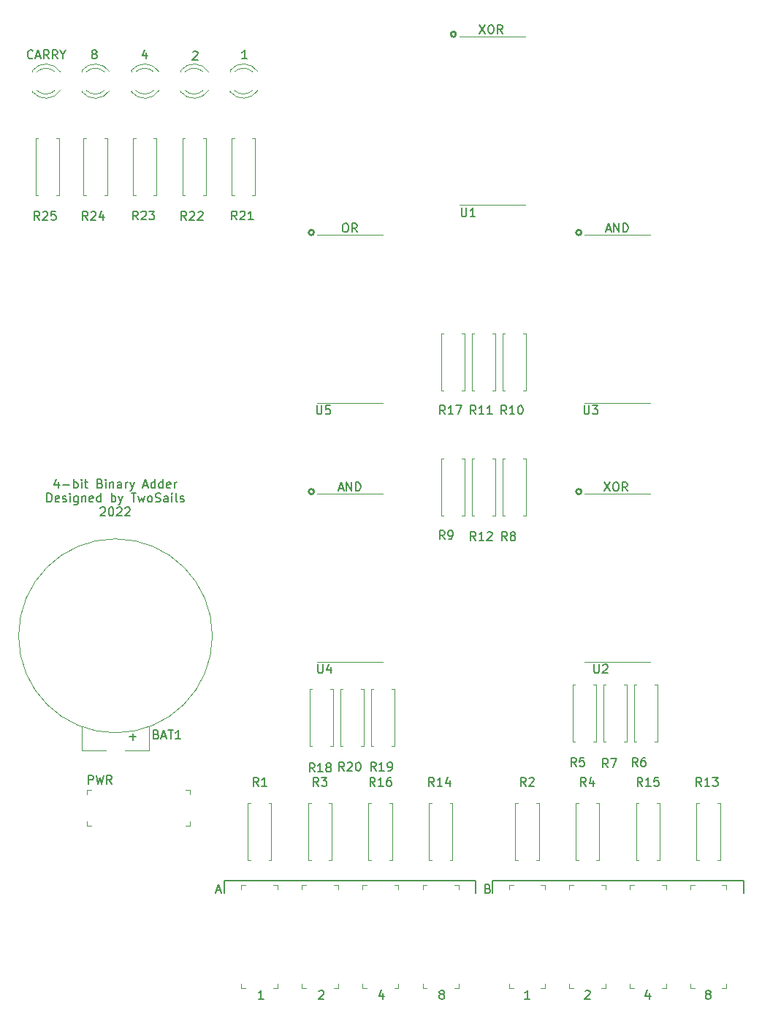
<source format=gto>
%TF.GenerationSoftware,KiCad,Pcbnew,(6.0.4-0)*%
%TF.CreationDate,2022-07-02T18:41:35+01:00*%
%TF.ProjectId,4-bitAdder,342d6269-7441-4646-9465-722e6b696361,v1.0*%
%TF.SameCoordinates,Original*%
%TF.FileFunction,Legend,Top*%
%TF.FilePolarity,Positive*%
%FSLAX46Y46*%
G04 Gerber Fmt 4.6, Leading zero omitted, Abs format (unit mm)*
G04 Created by KiCad (PCBNEW (6.0.4-0)) date 2022-07-02 18:41:35*
%MOMM*%
%LPD*%
G01*
G04 APERTURE LIST*
%ADD10C,0.150000*%
%ADD11C,0.101600*%
%ADD12C,0.250000*%
%ADD13C,0.120000*%
%ADD14C,0.100000*%
G04 APERTURE END LIST*
D10*
X125884000Y-156075000D02*
X96774000Y-156075000D01*
X94869000Y-157500000D02*
X94869000Y-156075000D01*
X125884000Y-157500000D02*
X125884000Y-156075000D01*
X96774000Y-156075000D02*
X96774000Y-157500000D01*
X65759000Y-156075000D02*
X65759000Y-157500000D01*
X94869000Y-156075000D02*
X65759000Y-156075000D01*
X56705476Y-60237714D02*
X56705476Y-60904380D01*
X56467380Y-59856761D02*
X56229285Y-60571047D01*
X56848333Y-60571047D01*
X114998476Y-169076714D02*
X114998476Y-169743380D01*
X114760380Y-168695761D02*
X114522285Y-169410047D01*
X115141333Y-169410047D01*
X76676285Y-168838619D02*
X76723904Y-168791000D01*
X76819142Y-168743380D01*
X77057238Y-168743380D01*
X77152476Y-168791000D01*
X77200095Y-168838619D01*
X77247714Y-168933857D01*
X77247714Y-169029095D01*
X77200095Y-169171952D01*
X76628666Y-169743380D01*
X77247714Y-169743380D01*
X96286628Y-156951371D02*
X96429485Y-156998990D01*
X96477104Y-157046609D01*
X96524723Y-157141847D01*
X96524723Y-157284704D01*
X96477104Y-157379942D01*
X96429485Y-157427561D01*
X96334247Y-157475180D01*
X95953295Y-157475180D01*
X95953295Y-156475180D01*
X96286628Y-156475180D01*
X96381866Y-156522800D01*
X96429485Y-156570419D01*
X96477104Y-156665657D01*
X96477104Y-156760895D01*
X96429485Y-156856133D01*
X96381866Y-156903752D01*
X96286628Y-156951371D01*
X95953295Y-156951371D01*
X121697761Y-169171952D02*
X121602523Y-169124333D01*
X121554904Y-169076714D01*
X121507285Y-168981476D01*
X121507285Y-168933857D01*
X121554904Y-168838619D01*
X121602523Y-168791000D01*
X121697761Y-168743380D01*
X121888238Y-168743380D01*
X121983476Y-168791000D01*
X122031095Y-168838619D01*
X122078714Y-168933857D01*
X122078714Y-168981476D01*
X122031095Y-169076714D01*
X121983476Y-169124333D01*
X121888238Y-169171952D01*
X121697761Y-169171952D01*
X121602523Y-169219571D01*
X121554904Y-169267190D01*
X121507285Y-169362428D01*
X121507285Y-169552904D01*
X121554904Y-169648142D01*
X121602523Y-169695761D01*
X121697761Y-169743380D01*
X121888238Y-169743380D01*
X121983476Y-169695761D01*
X122031095Y-169648142D01*
X122078714Y-169552904D01*
X122078714Y-169362428D01*
X122031095Y-169267190D01*
X121983476Y-169219571D01*
X121888238Y-169171952D01*
X50577761Y-60332952D02*
X50482523Y-60285333D01*
X50434904Y-60237714D01*
X50387285Y-60142476D01*
X50387285Y-60094857D01*
X50434904Y-59999619D01*
X50482523Y-59952000D01*
X50577761Y-59904380D01*
X50768238Y-59904380D01*
X50863476Y-59952000D01*
X50911095Y-59999619D01*
X50958714Y-60094857D01*
X50958714Y-60142476D01*
X50911095Y-60237714D01*
X50863476Y-60285333D01*
X50768238Y-60332952D01*
X50577761Y-60332952D01*
X50482523Y-60380571D01*
X50434904Y-60428190D01*
X50387285Y-60523428D01*
X50387285Y-60713904D01*
X50434904Y-60809142D01*
X50482523Y-60856761D01*
X50577761Y-60904380D01*
X50768238Y-60904380D01*
X50863476Y-60856761D01*
X50911095Y-60809142D01*
X50958714Y-60713904D01*
X50958714Y-60523428D01*
X50911095Y-60428190D01*
X50863476Y-60380571D01*
X50768238Y-60332952D01*
X109767857Y-109942380D02*
X110434523Y-110942380D01*
X110434523Y-109942380D02*
X109767857Y-110942380D01*
X111005952Y-109942380D02*
X111196428Y-109942380D01*
X111291666Y-109990000D01*
X111386904Y-110085238D01*
X111434523Y-110275714D01*
X111434523Y-110609047D01*
X111386904Y-110799523D01*
X111291666Y-110894761D01*
X111196428Y-110942380D01*
X111005952Y-110942380D01*
X110910714Y-110894761D01*
X110815476Y-110799523D01*
X110767857Y-110609047D01*
X110767857Y-110275714D01*
X110815476Y-110085238D01*
X110910714Y-109990000D01*
X111005952Y-109942380D01*
X112434523Y-110942380D02*
X112101190Y-110466190D01*
X111863095Y-110942380D02*
X111863095Y-109942380D01*
X112244047Y-109942380D01*
X112339285Y-109990000D01*
X112386904Y-110037619D01*
X112434523Y-110132857D01*
X112434523Y-110275714D01*
X112386904Y-110370952D01*
X112339285Y-110418571D01*
X112244047Y-110466190D01*
X111863095Y-110466190D01*
X70262714Y-169743380D02*
X69691285Y-169743380D01*
X69977000Y-169743380D02*
X69977000Y-168743380D01*
X69881761Y-168886238D01*
X69786523Y-168981476D01*
X69691285Y-169029095D01*
X84137476Y-169076714D02*
X84137476Y-169743380D01*
X83899380Y-168695761D02*
X83661285Y-169410047D01*
X84280333Y-169410047D01*
X68357714Y-60904380D02*
X67786285Y-60904380D01*
X68072000Y-60904380D02*
X68072000Y-59904380D01*
X67976761Y-60047238D01*
X67881523Y-60142476D01*
X67786285Y-60190095D01*
X64836704Y-157189466D02*
X65312895Y-157189466D01*
X64741466Y-157475180D02*
X65074800Y-156475180D01*
X65408133Y-157475180D01*
X46514571Y-109935714D02*
X46514571Y-110602380D01*
X46276476Y-109554761D02*
X46038380Y-110269047D01*
X46657428Y-110269047D01*
X47038380Y-110221428D02*
X47800285Y-110221428D01*
X48276476Y-110602380D02*
X48276476Y-109602380D01*
X48276476Y-109983333D02*
X48371714Y-109935714D01*
X48562190Y-109935714D01*
X48657428Y-109983333D01*
X48705047Y-110030952D01*
X48752666Y-110126190D01*
X48752666Y-110411904D01*
X48705047Y-110507142D01*
X48657428Y-110554761D01*
X48562190Y-110602380D01*
X48371714Y-110602380D01*
X48276476Y-110554761D01*
X49181238Y-110602380D02*
X49181238Y-109935714D01*
X49181238Y-109602380D02*
X49133619Y-109650000D01*
X49181238Y-109697619D01*
X49228857Y-109650000D01*
X49181238Y-109602380D01*
X49181238Y-109697619D01*
X49514571Y-109935714D02*
X49895523Y-109935714D01*
X49657428Y-109602380D02*
X49657428Y-110459523D01*
X49705047Y-110554761D01*
X49800285Y-110602380D01*
X49895523Y-110602380D01*
X51324095Y-110078571D02*
X51466952Y-110126190D01*
X51514571Y-110173809D01*
X51562190Y-110269047D01*
X51562190Y-110411904D01*
X51514571Y-110507142D01*
X51466952Y-110554761D01*
X51371714Y-110602380D01*
X50990761Y-110602380D01*
X50990761Y-109602380D01*
X51324095Y-109602380D01*
X51419333Y-109650000D01*
X51466952Y-109697619D01*
X51514571Y-109792857D01*
X51514571Y-109888095D01*
X51466952Y-109983333D01*
X51419333Y-110030952D01*
X51324095Y-110078571D01*
X50990761Y-110078571D01*
X51990761Y-110602380D02*
X51990761Y-109935714D01*
X51990761Y-109602380D02*
X51943142Y-109650000D01*
X51990761Y-109697619D01*
X52038380Y-109650000D01*
X51990761Y-109602380D01*
X51990761Y-109697619D01*
X52466952Y-109935714D02*
X52466952Y-110602380D01*
X52466952Y-110030952D02*
X52514571Y-109983333D01*
X52609809Y-109935714D01*
X52752666Y-109935714D01*
X52847904Y-109983333D01*
X52895523Y-110078571D01*
X52895523Y-110602380D01*
X53800285Y-110602380D02*
X53800285Y-110078571D01*
X53752666Y-109983333D01*
X53657428Y-109935714D01*
X53466952Y-109935714D01*
X53371714Y-109983333D01*
X53800285Y-110554761D02*
X53705047Y-110602380D01*
X53466952Y-110602380D01*
X53371714Y-110554761D01*
X53324095Y-110459523D01*
X53324095Y-110364285D01*
X53371714Y-110269047D01*
X53466952Y-110221428D01*
X53705047Y-110221428D01*
X53800285Y-110173809D01*
X54276476Y-110602380D02*
X54276476Y-109935714D01*
X54276476Y-110126190D02*
X54324095Y-110030952D01*
X54371714Y-109983333D01*
X54466952Y-109935714D01*
X54562190Y-109935714D01*
X54800285Y-109935714D02*
X55038380Y-110602380D01*
X55276476Y-109935714D02*
X55038380Y-110602380D01*
X54943142Y-110840476D01*
X54895523Y-110888095D01*
X54800285Y-110935714D01*
X56371714Y-110316666D02*
X56847904Y-110316666D01*
X56276476Y-110602380D02*
X56609809Y-109602380D01*
X56943142Y-110602380D01*
X57705047Y-110602380D02*
X57705047Y-109602380D01*
X57705047Y-110554761D02*
X57609809Y-110602380D01*
X57419333Y-110602380D01*
X57324095Y-110554761D01*
X57276476Y-110507142D01*
X57228857Y-110411904D01*
X57228857Y-110126190D01*
X57276476Y-110030952D01*
X57324095Y-109983333D01*
X57419333Y-109935714D01*
X57609809Y-109935714D01*
X57705047Y-109983333D01*
X58609809Y-110602380D02*
X58609809Y-109602380D01*
X58609809Y-110554761D02*
X58514571Y-110602380D01*
X58324095Y-110602380D01*
X58228857Y-110554761D01*
X58181238Y-110507142D01*
X58133619Y-110411904D01*
X58133619Y-110126190D01*
X58181238Y-110030952D01*
X58228857Y-109983333D01*
X58324095Y-109935714D01*
X58514571Y-109935714D01*
X58609809Y-109983333D01*
X59466952Y-110554761D02*
X59371714Y-110602380D01*
X59181238Y-110602380D01*
X59086000Y-110554761D01*
X59038380Y-110459523D01*
X59038380Y-110078571D01*
X59086000Y-109983333D01*
X59181238Y-109935714D01*
X59371714Y-109935714D01*
X59466952Y-109983333D01*
X59514571Y-110078571D01*
X59514571Y-110173809D01*
X59038380Y-110269047D01*
X59943142Y-110602380D02*
X59943142Y-109935714D01*
X59943142Y-110126190D02*
X59990761Y-110030952D01*
X60038380Y-109983333D01*
X60133619Y-109935714D01*
X60228857Y-109935714D01*
X45181238Y-112212380D02*
X45181238Y-111212380D01*
X45419333Y-111212380D01*
X45562190Y-111260000D01*
X45657428Y-111355238D01*
X45705047Y-111450476D01*
X45752666Y-111640952D01*
X45752666Y-111783809D01*
X45705047Y-111974285D01*
X45657428Y-112069523D01*
X45562190Y-112164761D01*
X45419333Y-112212380D01*
X45181238Y-112212380D01*
X46562190Y-112164761D02*
X46466952Y-112212380D01*
X46276476Y-112212380D01*
X46181238Y-112164761D01*
X46133619Y-112069523D01*
X46133619Y-111688571D01*
X46181238Y-111593333D01*
X46276476Y-111545714D01*
X46466952Y-111545714D01*
X46562190Y-111593333D01*
X46609809Y-111688571D01*
X46609809Y-111783809D01*
X46133619Y-111879047D01*
X46990761Y-112164761D02*
X47086000Y-112212380D01*
X47276476Y-112212380D01*
X47371714Y-112164761D01*
X47419333Y-112069523D01*
X47419333Y-112021904D01*
X47371714Y-111926666D01*
X47276476Y-111879047D01*
X47133619Y-111879047D01*
X47038380Y-111831428D01*
X46990761Y-111736190D01*
X46990761Y-111688571D01*
X47038380Y-111593333D01*
X47133619Y-111545714D01*
X47276476Y-111545714D01*
X47371714Y-111593333D01*
X47847904Y-112212380D02*
X47847904Y-111545714D01*
X47847904Y-111212380D02*
X47800285Y-111260000D01*
X47847904Y-111307619D01*
X47895523Y-111260000D01*
X47847904Y-111212380D01*
X47847904Y-111307619D01*
X48752666Y-111545714D02*
X48752666Y-112355238D01*
X48705047Y-112450476D01*
X48657428Y-112498095D01*
X48562190Y-112545714D01*
X48419333Y-112545714D01*
X48324095Y-112498095D01*
X48752666Y-112164761D02*
X48657428Y-112212380D01*
X48466952Y-112212380D01*
X48371714Y-112164761D01*
X48324095Y-112117142D01*
X48276476Y-112021904D01*
X48276476Y-111736190D01*
X48324095Y-111640952D01*
X48371714Y-111593333D01*
X48466952Y-111545714D01*
X48657428Y-111545714D01*
X48752666Y-111593333D01*
X49228857Y-111545714D02*
X49228857Y-112212380D01*
X49228857Y-111640952D02*
X49276476Y-111593333D01*
X49371714Y-111545714D01*
X49514571Y-111545714D01*
X49609809Y-111593333D01*
X49657428Y-111688571D01*
X49657428Y-112212380D01*
X50514571Y-112164761D02*
X50419333Y-112212380D01*
X50228857Y-112212380D01*
X50133619Y-112164761D01*
X50086000Y-112069523D01*
X50086000Y-111688571D01*
X50133619Y-111593333D01*
X50228857Y-111545714D01*
X50419333Y-111545714D01*
X50514571Y-111593333D01*
X50562190Y-111688571D01*
X50562190Y-111783809D01*
X50086000Y-111879047D01*
X51419333Y-112212380D02*
X51419333Y-111212380D01*
X51419333Y-112164761D02*
X51324095Y-112212380D01*
X51133619Y-112212380D01*
X51038380Y-112164761D01*
X50990761Y-112117142D01*
X50943142Y-112021904D01*
X50943142Y-111736190D01*
X50990761Y-111640952D01*
X51038380Y-111593333D01*
X51133619Y-111545714D01*
X51324095Y-111545714D01*
X51419333Y-111593333D01*
X52657428Y-112212380D02*
X52657428Y-111212380D01*
X52657428Y-111593333D02*
X52752666Y-111545714D01*
X52943142Y-111545714D01*
X53038380Y-111593333D01*
X53086000Y-111640952D01*
X53133619Y-111736190D01*
X53133619Y-112021904D01*
X53086000Y-112117142D01*
X53038380Y-112164761D01*
X52943142Y-112212380D01*
X52752666Y-112212380D01*
X52657428Y-112164761D01*
X53466952Y-111545714D02*
X53705047Y-112212380D01*
X53943142Y-111545714D02*
X53705047Y-112212380D01*
X53609809Y-112450476D01*
X53562190Y-112498095D01*
X53466952Y-112545714D01*
X54943142Y-111212380D02*
X55514571Y-111212380D01*
X55228857Y-112212380D02*
X55228857Y-111212380D01*
X55752666Y-111545714D02*
X55943142Y-112212380D01*
X56133619Y-111736190D01*
X56324095Y-112212380D01*
X56514571Y-111545714D01*
X57038380Y-112212380D02*
X56943142Y-112164761D01*
X56895523Y-112117142D01*
X56847904Y-112021904D01*
X56847904Y-111736190D01*
X56895523Y-111640952D01*
X56943142Y-111593333D01*
X57038380Y-111545714D01*
X57181238Y-111545714D01*
X57276476Y-111593333D01*
X57324095Y-111640952D01*
X57371714Y-111736190D01*
X57371714Y-112021904D01*
X57324095Y-112117142D01*
X57276476Y-112164761D01*
X57181238Y-112212380D01*
X57038380Y-112212380D01*
X57752666Y-112164761D02*
X57895523Y-112212380D01*
X58133619Y-112212380D01*
X58228857Y-112164761D01*
X58276476Y-112117142D01*
X58324095Y-112021904D01*
X58324095Y-111926666D01*
X58276476Y-111831428D01*
X58228857Y-111783809D01*
X58133619Y-111736190D01*
X57943142Y-111688571D01*
X57847904Y-111640952D01*
X57800285Y-111593333D01*
X57752666Y-111498095D01*
X57752666Y-111402857D01*
X57800285Y-111307619D01*
X57847904Y-111260000D01*
X57943142Y-111212380D01*
X58181238Y-111212380D01*
X58324095Y-111260000D01*
X59181238Y-112212380D02*
X59181238Y-111688571D01*
X59133619Y-111593333D01*
X59038380Y-111545714D01*
X58847904Y-111545714D01*
X58752666Y-111593333D01*
X59181238Y-112164761D02*
X59086000Y-112212380D01*
X58847904Y-112212380D01*
X58752666Y-112164761D01*
X58705047Y-112069523D01*
X58705047Y-111974285D01*
X58752666Y-111879047D01*
X58847904Y-111831428D01*
X59086000Y-111831428D01*
X59181238Y-111783809D01*
X59657428Y-112212380D02*
X59657428Y-111545714D01*
X59657428Y-111212380D02*
X59609809Y-111260000D01*
X59657428Y-111307619D01*
X59705047Y-111260000D01*
X59657428Y-111212380D01*
X59657428Y-111307619D01*
X60276476Y-112212380D02*
X60181238Y-112164761D01*
X60133619Y-112069523D01*
X60133619Y-111212380D01*
X60609809Y-112164761D02*
X60705047Y-112212380D01*
X60895523Y-112212380D01*
X60990761Y-112164761D01*
X61038380Y-112069523D01*
X61038380Y-112021904D01*
X60990761Y-111926666D01*
X60895523Y-111879047D01*
X60752666Y-111879047D01*
X60657428Y-111831428D01*
X60609809Y-111736190D01*
X60609809Y-111688571D01*
X60657428Y-111593333D01*
X60752666Y-111545714D01*
X60895523Y-111545714D01*
X60990761Y-111593333D01*
X51371714Y-112917619D02*
X51419333Y-112870000D01*
X51514571Y-112822380D01*
X51752666Y-112822380D01*
X51847904Y-112870000D01*
X51895523Y-112917619D01*
X51943142Y-113012857D01*
X51943142Y-113108095D01*
X51895523Y-113250952D01*
X51324095Y-113822380D01*
X51943142Y-113822380D01*
X52562190Y-112822380D02*
X52657428Y-112822380D01*
X52752666Y-112870000D01*
X52800285Y-112917619D01*
X52847904Y-113012857D01*
X52895523Y-113203333D01*
X52895523Y-113441428D01*
X52847904Y-113631904D01*
X52800285Y-113727142D01*
X52752666Y-113774761D01*
X52657428Y-113822380D01*
X52562190Y-113822380D01*
X52466952Y-113774761D01*
X52419333Y-113727142D01*
X52371714Y-113631904D01*
X52324095Y-113441428D01*
X52324095Y-113203333D01*
X52371714Y-113012857D01*
X52419333Y-112917619D01*
X52466952Y-112870000D01*
X52562190Y-112822380D01*
X53276476Y-112917619D02*
X53324095Y-112870000D01*
X53419333Y-112822380D01*
X53657428Y-112822380D01*
X53752666Y-112870000D01*
X53800285Y-112917619D01*
X53847904Y-113012857D01*
X53847904Y-113108095D01*
X53800285Y-113250952D01*
X53228857Y-113822380D01*
X53847904Y-113822380D01*
X54228857Y-112917619D02*
X54276476Y-112870000D01*
X54371714Y-112822380D01*
X54609809Y-112822380D01*
X54705047Y-112870000D01*
X54752666Y-112917619D01*
X54800285Y-113012857D01*
X54800285Y-113108095D01*
X54752666Y-113250952D01*
X54181238Y-113822380D01*
X54800285Y-113822380D01*
X43537380Y-60809142D02*
X43489761Y-60856761D01*
X43346904Y-60904380D01*
X43251666Y-60904380D01*
X43108809Y-60856761D01*
X43013571Y-60761523D01*
X42965952Y-60666285D01*
X42918333Y-60475809D01*
X42918333Y-60332952D01*
X42965952Y-60142476D01*
X43013571Y-60047238D01*
X43108809Y-59952000D01*
X43251666Y-59904380D01*
X43346904Y-59904380D01*
X43489761Y-59952000D01*
X43537380Y-59999619D01*
X43918333Y-60618666D02*
X44394523Y-60618666D01*
X43823095Y-60904380D02*
X44156428Y-59904380D01*
X44489761Y-60904380D01*
X45394523Y-60904380D02*
X45061190Y-60428190D01*
X44823095Y-60904380D02*
X44823095Y-59904380D01*
X45204047Y-59904380D01*
X45299285Y-59952000D01*
X45346904Y-59999619D01*
X45394523Y-60094857D01*
X45394523Y-60237714D01*
X45346904Y-60332952D01*
X45299285Y-60380571D01*
X45204047Y-60428190D01*
X44823095Y-60428190D01*
X46394523Y-60904380D02*
X46061190Y-60428190D01*
X45823095Y-60904380D02*
X45823095Y-59904380D01*
X46204047Y-59904380D01*
X46299285Y-59952000D01*
X46346904Y-59999619D01*
X46394523Y-60094857D01*
X46394523Y-60237714D01*
X46346904Y-60332952D01*
X46299285Y-60380571D01*
X46204047Y-60428190D01*
X45823095Y-60428190D01*
X47013571Y-60428190D02*
X47013571Y-60904380D01*
X46680238Y-59904380D02*
X47013571Y-60428190D01*
X47346904Y-59904380D01*
X79668761Y-79970380D02*
X79859238Y-79970380D01*
X79954476Y-80018000D01*
X80049714Y-80113238D01*
X80097333Y-80303714D01*
X80097333Y-80637047D01*
X80049714Y-80827523D01*
X79954476Y-80922761D01*
X79859238Y-80970380D01*
X79668761Y-80970380D01*
X79573523Y-80922761D01*
X79478285Y-80827523D01*
X79430666Y-80637047D01*
X79430666Y-80303714D01*
X79478285Y-80113238D01*
X79573523Y-80018000D01*
X79668761Y-79970380D01*
X81097333Y-80970380D02*
X80764000Y-80494190D01*
X80525904Y-80970380D02*
X80525904Y-79970380D01*
X80906857Y-79970380D01*
X81002095Y-80018000D01*
X81049714Y-80065619D01*
X81097333Y-80160857D01*
X81097333Y-80303714D01*
X81049714Y-80398952D01*
X81002095Y-80446571D01*
X80906857Y-80494190D01*
X80525904Y-80494190D01*
X107537285Y-168838619D02*
X107584904Y-168791000D01*
X107680142Y-168743380D01*
X107918238Y-168743380D01*
X108013476Y-168791000D01*
X108061095Y-168838619D01*
X108108714Y-168933857D01*
X108108714Y-169029095D01*
X108061095Y-169171952D01*
X107489666Y-169743380D01*
X108108714Y-169743380D01*
X90836761Y-169171952D02*
X90741523Y-169124333D01*
X90693904Y-169076714D01*
X90646285Y-168981476D01*
X90646285Y-168933857D01*
X90693904Y-168838619D01*
X90741523Y-168791000D01*
X90836761Y-168743380D01*
X91027238Y-168743380D01*
X91122476Y-168791000D01*
X91170095Y-168838619D01*
X91217714Y-168933857D01*
X91217714Y-168981476D01*
X91170095Y-169076714D01*
X91122476Y-169124333D01*
X91027238Y-169171952D01*
X90836761Y-169171952D01*
X90741523Y-169219571D01*
X90693904Y-169267190D01*
X90646285Y-169362428D01*
X90646285Y-169552904D01*
X90693904Y-169648142D01*
X90741523Y-169695761D01*
X90836761Y-169743380D01*
X91027238Y-169743380D01*
X91122476Y-169695761D01*
X91170095Y-169648142D01*
X91217714Y-169552904D01*
X91217714Y-169362428D01*
X91170095Y-169267190D01*
X91122476Y-169219571D01*
X91027238Y-169171952D01*
X79002095Y-110656666D02*
X79478285Y-110656666D01*
X78906857Y-110942380D02*
X79240190Y-109942380D01*
X79573523Y-110942380D01*
X79906857Y-110942380D02*
X79906857Y-109942380D01*
X80478285Y-110942380D01*
X80478285Y-109942380D01*
X80954476Y-110942380D02*
X80954476Y-109942380D01*
X81192571Y-109942380D01*
X81335428Y-109990000D01*
X81430666Y-110085238D01*
X81478285Y-110180476D01*
X81525904Y-110370952D01*
X81525904Y-110513809D01*
X81478285Y-110704285D01*
X81430666Y-110799523D01*
X81335428Y-110894761D01*
X81192571Y-110942380D01*
X80954476Y-110942380D01*
X95289857Y-56983380D02*
X95956523Y-57983380D01*
X95956523Y-56983380D02*
X95289857Y-57983380D01*
X96527952Y-56983380D02*
X96718428Y-56983380D01*
X96813666Y-57031000D01*
X96908904Y-57126238D01*
X96956523Y-57316714D01*
X96956523Y-57650047D01*
X96908904Y-57840523D01*
X96813666Y-57935761D01*
X96718428Y-57983380D01*
X96527952Y-57983380D01*
X96432714Y-57935761D01*
X96337476Y-57840523D01*
X96289857Y-57650047D01*
X96289857Y-57316714D01*
X96337476Y-57126238D01*
X96432714Y-57031000D01*
X96527952Y-56983380D01*
X97956523Y-57983380D02*
X97623190Y-57507190D01*
X97385095Y-57983380D02*
X97385095Y-56983380D01*
X97766047Y-56983380D01*
X97861285Y-57031000D01*
X97908904Y-57078619D01*
X97956523Y-57173857D01*
X97956523Y-57316714D01*
X97908904Y-57411952D01*
X97861285Y-57459571D01*
X97766047Y-57507190D01*
X97385095Y-57507190D01*
X109990095Y-80684666D02*
X110466285Y-80684666D01*
X109894857Y-80970380D02*
X110228190Y-79970380D01*
X110561523Y-80970380D01*
X110894857Y-80970380D02*
X110894857Y-79970380D01*
X111466285Y-80970380D01*
X111466285Y-79970380D01*
X111942476Y-80970380D02*
X111942476Y-79970380D01*
X112180571Y-79970380D01*
X112323428Y-80018000D01*
X112418666Y-80113238D01*
X112466285Y-80208476D01*
X112513904Y-80398952D01*
X112513904Y-80541809D01*
X112466285Y-80732285D01*
X112418666Y-80827523D01*
X112323428Y-80922761D01*
X112180571Y-80970380D01*
X111942476Y-80970380D01*
X62071285Y-60126619D02*
X62118904Y-60079000D01*
X62214142Y-60031380D01*
X62452238Y-60031380D01*
X62547476Y-60079000D01*
X62595095Y-60126619D01*
X62642714Y-60221857D01*
X62642714Y-60317095D01*
X62595095Y-60459952D01*
X62023666Y-61031380D01*
X62642714Y-61031380D01*
X101123714Y-169743380D02*
X100552285Y-169743380D01*
X100838000Y-169743380D02*
X100838000Y-168743380D01*
X100742761Y-168886238D01*
X100647523Y-168981476D01*
X100552285Y-169029095D01*
X54737047Y-139390428D02*
X55498952Y-139390428D01*
X55118000Y-139771380D02*
X55118000Y-139009476D01*
X49974666Y-144851380D02*
X49974666Y-143851380D01*
X50355619Y-143851380D01*
X50450857Y-143899000D01*
X50498476Y-143946619D01*
X50546095Y-144041857D01*
X50546095Y-144184714D01*
X50498476Y-144279952D01*
X50450857Y-144327571D01*
X50355619Y-144375190D01*
X49974666Y-144375190D01*
X50879428Y-143851380D02*
X51117523Y-144851380D01*
X51308000Y-144137095D01*
X51498476Y-144851380D01*
X51736571Y-143851380D01*
X52688952Y-144851380D02*
X52355619Y-144375190D01*
X52117523Y-144851380D02*
X52117523Y-143851380D01*
X52498476Y-143851380D01*
X52593714Y-143899000D01*
X52641333Y-143946619D01*
X52688952Y-144041857D01*
X52688952Y-144184714D01*
X52641333Y-144279952D01*
X52593714Y-144327571D01*
X52498476Y-144375190D01*
X52117523Y-144375190D01*
X107442095Y-101052380D02*
X107442095Y-101861904D01*
X107489714Y-101957142D01*
X107537333Y-102004761D01*
X107632571Y-102052380D01*
X107823047Y-102052380D01*
X107918285Y-102004761D01*
X107965904Y-101957142D01*
X108013523Y-101861904D01*
X108013523Y-101052380D01*
X108394476Y-101052380D02*
X109013523Y-101052380D01*
X108680190Y-101433333D01*
X108823047Y-101433333D01*
X108918285Y-101480952D01*
X108965904Y-101528571D01*
X109013523Y-101623809D01*
X109013523Y-101861904D01*
X108965904Y-101957142D01*
X108918285Y-102004761D01*
X108823047Y-102052380D01*
X108537333Y-102052380D01*
X108442095Y-102004761D01*
X108394476Y-101957142D01*
X49903142Y-79573380D02*
X49569809Y-79097190D01*
X49331714Y-79573380D02*
X49331714Y-78573380D01*
X49712666Y-78573380D01*
X49807904Y-78621000D01*
X49855523Y-78668619D01*
X49903142Y-78763857D01*
X49903142Y-78906714D01*
X49855523Y-79001952D01*
X49807904Y-79049571D01*
X49712666Y-79097190D01*
X49331714Y-79097190D01*
X50284095Y-78668619D02*
X50331714Y-78621000D01*
X50426952Y-78573380D01*
X50665047Y-78573380D01*
X50760285Y-78621000D01*
X50807904Y-78668619D01*
X50855523Y-78763857D01*
X50855523Y-78859095D01*
X50807904Y-79001952D01*
X50236476Y-79573380D01*
X50855523Y-79573380D01*
X51712666Y-78906714D02*
X51712666Y-79573380D01*
X51474571Y-78525761D02*
X51236476Y-79240047D01*
X51855523Y-79240047D01*
X108585095Y-131024380D02*
X108585095Y-131833904D01*
X108632714Y-131929142D01*
X108680333Y-131976761D01*
X108775571Y-132024380D01*
X108966047Y-132024380D01*
X109061285Y-131976761D01*
X109108904Y-131929142D01*
X109156523Y-131833904D01*
X109156523Y-131024380D01*
X109585095Y-131119619D02*
X109632714Y-131072000D01*
X109727952Y-131024380D01*
X109966047Y-131024380D01*
X110061285Y-131072000D01*
X110108904Y-131119619D01*
X110156523Y-131214857D01*
X110156523Y-131310095D01*
X110108904Y-131452952D01*
X109537476Y-132024380D01*
X110156523Y-132024380D01*
X61343142Y-79573380D02*
X61009809Y-79097190D01*
X60771714Y-79573380D02*
X60771714Y-78573380D01*
X61152666Y-78573380D01*
X61247904Y-78621000D01*
X61295523Y-78668619D01*
X61343142Y-78763857D01*
X61343142Y-78906714D01*
X61295523Y-79001952D01*
X61247904Y-79049571D01*
X61152666Y-79097190D01*
X60771714Y-79097190D01*
X61724095Y-78668619D02*
X61771714Y-78621000D01*
X61866952Y-78573380D01*
X62105047Y-78573380D01*
X62200285Y-78621000D01*
X62247904Y-78668619D01*
X62295523Y-78763857D01*
X62295523Y-78859095D01*
X62247904Y-79001952D01*
X61676476Y-79573380D01*
X62295523Y-79573380D01*
X62676476Y-78668619D02*
X62724095Y-78621000D01*
X62819333Y-78573380D01*
X63057428Y-78573380D01*
X63152666Y-78621000D01*
X63200285Y-78668619D01*
X63247904Y-78763857D01*
X63247904Y-78859095D01*
X63200285Y-79001952D01*
X62628857Y-79573380D01*
X63247904Y-79573380D01*
X57840714Y-139120571D02*
X57983571Y-139168190D01*
X58031190Y-139215809D01*
X58078809Y-139311047D01*
X58078809Y-139453904D01*
X58031190Y-139549142D01*
X57983571Y-139596761D01*
X57888333Y-139644380D01*
X57507380Y-139644380D01*
X57507380Y-138644380D01*
X57840714Y-138644380D01*
X57935952Y-138692000D01*
X57983571Y-138739619D01*
X58031190Y-138834857D01*
X58031190Y-138930095D01*
X57983571Y-139025333D01*
X57935952Y-139072952D01*
X57840714Y-139120571D01*
X57507380Y-139120571D01*
X58459761Y-139358666D02*
X58935952Y-139358666D01*
X58364523Y-139644380D02*
X58697857Y-138644380D01*
X59031190Y-139644380D01*
X59221666Y-138644380D02*
X59793095Y-138644380D01*
X59507380Y-139644380D02*
X59507380Y-138644380D01*
X60650238Y-139644380D02*
X60078809Y-139644380D01*
X60364523Y-139644380D02*
X60364523Y-138644380D01*
X60269285Y-138787238D01*
X60174047Y-138882476D01*
X60078809Y-138930095D01*
X107638333Y-145105380D02*
X107305000Y-144629190D01*
X107066904Y-145105380D02*
X107066904Y-144105380D01*
X107447857Y-144105380D01*
X107543095Y-144153000D01*
X107590714Y-144200619D01*
X107638333Y-144295857D01*
X107638333Y-144438714D01*
X107590714Y-144533952D01*
X107543095Y-144581571D01*
X107447857Y-144629190D01*
X107066904Y-144629190D01*
X108495476Y-144438714D02*
X108495476Y-145105380D01*
X108257380Y-144057761D02*
X108019285Y-144772047D01*
X108638333Y-144772047D01*
X76192142Y-143454380D02*
X75858809Y-142978190D01*
X75620714Y-143454380D02*
X75620714Y-142454380D01*
X76001666Y-142454380D01*
X76096904Y-142502000D01*
X76144523Y-142549619D01*
X76192142Y-142644857D01*
X76192142Y-142787714D01*
X76144523Y-142882952D01*
X76096904Y-142930571D01*
X76001666Y-142978190D01*
X75620714Y-142978190D01*
X77144523Y-143454380D02*
X76573095Y-143454380D01*
X76858809Y-143454380D02*
X76858809Y-142454380D01*
X76763571Y-142597238D01*
X76668333Y-142692476D01*
X76573095Y-142740095D01*
X77715952Y-142882952D02*
X77620714Y-142835333D01*
X77573095Y-142787714D01*
X77525476Y-142692476D01*
X77525476Y-142644857D01*
X77573095Y-142549619D01*
X77620714Y-142502000D01*
X77715952Y-142454380D01*
X77906428Y-142454380D01*
X78001666Y-142502000D01*
X78049285Y-142549619D01*
X78096904Y-142644857D01*
X78096904Y-142692476D01*
X78049285Y-142787714D01*
X78001666Y-142835333D01*
X77906428Y-142882952D01*
X77715952Y-142882952D01*
X77620714Y-142930571D01*
X77573095Y-142978190D01*
X77525476Y-143073428D01*
X77525476Y-143263904D01*
X77573095Y-143359142D01*
X77620714Y-143406761D01*
X77715952Y-143454380D01*
X77906428Y-143454380D01*
X78001666Y-143406761D01*
X78049285Y-143359142D01*
X78096904Y-143263904D01*
X78096904Y-143073428D01*
X78049285Y-142978190D01*
X78001666Y-142930571D01*
X77906428Y-142882952D01*
X98417142Y-102052380D02*
X98083809Y-101576190D01*
X97845714Y-102052380D02*
X97845714Y-101052380D01*
X98226666Y-101052380D01*
X98321904Y-101100000D01*
X98369523Y-101147619D01*
X98417142Y-101242857D01*
X98417142Y-101385714D01*
X98369523Y-101480952D01*
X98321904Y-101528571D01*
X98226666Y-101576190D01*
X97845714Y-101576190D01*
X99369523Y-102052380D02*
X98798095Y-102052380D01*
X99083809Y-102052380D02*
X99083809Y-101052380D01*
X98988571Y-101195238D01*
X98893333Y-101290476D01*
X98798095Y-101338095D01*
X99988571Y-101052380D02*
X100083809Y-101052380D01*
X100179047Y-101100000D01*
X100226666Y-101147619D01*
X100274285Y-101242857D01*
X100321904Y-101433333D01*
X100321904Y-101671428D01*
X100274285Y-101861904D01*
X100226666Y-101957142D01*
X100179047Y-102004761D01*
X100083809Y-102052380D01*
X99988571Y-102052380D01*
X99893333Y-102004761D01*
X99845714Y-101957142D01*
X99798095Y-101861904D01*
X99750476Y-101671428D01*
X99750476Y-101433333D01*
X99798095Y-101242857D01*
X99845714Y-101147619D01*
X99893333Y-101100000D01*
X99988571Y-101052380D01*
X83304142Y-143327380D02*
X82970809Y-142851190D01*
X82732714Y-143327380D02*
X82732714Y-142327380D01*
X83113666Y-142327380D01*
X83208904Y-142375000D01*
X83256523Y-142422619D01*
X83304142Y-142517857D01*
X83304142Y-142660714D01*
X83256523Y-142755952D01*
X83208904Y-142803571D01*
X83113666Y-142851190D01*
X82732714Y-142851190D01*
X84256523Y-143327380D02*
X83685095Y-143327380D01*
X83970809Y-143327380D02*
X83970809Y-142327380D01*
X83875571Y-142470238D01*
X83780333Y-142565476D01*
X83685095Y-142613095D01*
X84732714Y-143327380D02*
X84923190Y-143327380D01*
X85018428Y-143279761D01*
X85066047Y-143232142D01*
X85161285Y-143089285D01*
X85208904Y-142898809D01*
X85208904Y-142517857D01*
X85161285Y-142422619D01*
X85113666Y-142375000D01*
X85018428Y-142327380D01*
X84827952Y-142327380D01*
X84732714Y-142375000D01*
X84685095Y-142422619D01*
X84637476Y-142517857D01*
X84637476Y-142755952D01*
X84685095Y-142851190D01*
X84732714Y-142898809D01*
X84827952Y-142946428D01*
X85018428Y-142946428D01*
X85113666Y-142898809D01*
X85161285Y-142851190D01*
X85208904Y-142755952D01*
X90038142Y-145105380D02*
X89704809Y-144629190D01*
X89466714Y-145105380D02*
X89466714Y-144105380D01*
X89847666Y-144105380D01*
X89942904Y-144153000D01*
X89990523Y-144200619D01*
X90038142Y-144295857D01*
X90038142Y-144438714D01*
X89990523Y-144533952D01*
X89942904Y-144581571D01*
X89847666Y-144629190D01*
X89466714Y-144629190D01*
X90990523Y-145105380D02*
X90419095Y-145105380D01*
X90704809Y-145105380D02*
X90704809Y-144105380D01*
X90609571Y-144248238D01*
X90514333Y-144343476D01*
X90419095Y-144391095D01*
X91847666Y-144438714D02*
X91847666Y-145105380D01*
X91609571Y-144057761D02*
X91371476Y-144772047D01*
X91990523Y-144772047D01*
X91273333Y-116530380D02*
X90940000Y-116054190D01*
X90701904Y-116530380D02*
X90701904Y-115530380D01*
X91082857Y-115530380D01*
X91178095Y-115578000D01*
X91225714Y-115625619D01*
X91273333Y-115720857D01*
X91273333Y-115863714D01*
X91225714Y-115958952D01*
X91178095Y-116006571D01*
X91082857Y-116054190D01*
X90701904Y-116054190D01*
X91749523Y-116530380D02*
X91940000Y-116530380D01*
X92035238Y-116482761D01*
X92082857Y-116435142D01*
X92178095Y-116292285D01*
X92225714Y-116101809D01*
X92225714Y-115720857D01*
X92178095Y-115625619D01*
X92130476Y-115578000D01*
X92035238Y-115530380D01*
X91844761Y-115530380D01*
X91749523Y-115578000D01*
X91701904Y-115625619D01*
X91654285Y-115720857D01*
X91654285Y-115958952D01*
X91701904Y-116054190D01*
X91749523Y-116101809D01*
X91844761Y-116149428D01*
X92035238Y-116149428D01*
X92130476Y-116101809D01*
X92178095Y-116054190D01*
X92225714Y-115958952D01*
X110196333Y-142946380D02*
X109863000Y-142470190D01*
X109624904Y-142946380D02*
X109624904Y-141946380D01*
X110005857Y-141946380D01*
X110101095Y-141994000D01*
X110148714Y-142041619D01*
X110196333Y-142136857D01*
X110196333Y-142279714D01*
X110148714Y-142374952D01*
X110101095Y-142422571D01*
X110005857Y-142470190D01*
X109624904Y-142470190D01*
X110529666Y-141946380D02*
X111196333Y-141946380D01*
X110767761Y-142946380D01*
X55735142Y-79547980D02*
X55401809Y-79071790D01*
X55163714Y-79547980D02*
X55163714Y-78547980D01*
X55544666Y-78547980D01*
X55639904Y-78595600D01*
X55687523Y-78643219D01*
X55735142Y-78738457D01*
X55735142Y-78881314D01*
X55687523Y-78976552D01*
X55639904Y-79024171D01*
X55544666Y-79071790D01*
X55163714Y-79071790D01*
X56116095Y-78643219D02*
X56163714Y-78595600D01*
X56258952Y-78547980D01*
X56497047Y-78547980D01*
X56592285Y-78595600D01*
X56639904Y-78643219D01*
X56687523Y-78738457D01*
X56687523Y-78833695D01*
X56639904Y-78976552D01*
X56068476Y-79547980D01*
X56687523Y-79547980D01*
X57020857Y-78547980D02*
X57639904Y-78547980D01*
X57306571Y-78928933D01*
X57449428Y-78928933D01*
X57544666Y-78976552D01*
X57592285Y-79024171D01*
X57639904Y-79119409D01*
X57639904Y-79357504D01*
X57592285Y-79452742D01*
X57544666Y-79500361D01*
X57449428Y-79547980D01*
X57163714Y-79547980D01*
X57068476Y-79500361D01*
X57020857Y-79452742D01*
X94861142Y-102052380D02*
X94527809Y-101576190D01*
X94289714Y-102052380D02*
X94289714Y-101052380D01*
X94670666Y-101052380D01*
X94765904Y-101100000D01*
X94813523Y-101147619D01*
X94861142Y-101242857D01*
X94861142Y-101385714D01*
X94813523Y-101480952D01*
X94765904Y-101528571D01*
X94670666Y-101576190D01*
X94289714Y-101576190D01*
X95813523Y-102052380D02*
X95242095Y-102052380D01*
X95527809Y-102052380D02*
X95527809Y-101052380D01*
X95432571Y-101195238D01*
X95337333Y-101290476D01*
X95242095Y-101338095D01*
X96765904Y-102052380D02*
X96194476Y-102052380D01*
X96480190Y-102052380D02*
X96480190Y-101052380D01*
X96384952Y-101195238D01*
X96289714Y-101290476D01*
X96194476Y-101338095D01*
X91305142Y-102052380D02*
X90971809Y-101576190D01*
X90733714Y-102052380D02*
X90733714Y-101052380D01*
X91114666Y-101052380D01*
X91209904Y-101100000D01*
X91257523Y-101147619D01*
X91305142Y-101242857D01*
X91305142Y-101385714D01*
X91257523Y-101480952D01*
X91209904Y-101528571D01*
X91114666Y-101576190D01*
X90733714Y-101576190D01*
X92257523Y-102052380D02*
X91686095Y-102052380D01*
X91971809Y-102052380D02*
X91971809Y-101052380D01*
X91876571Y-101195238D01*
X91781333Y-101290476D01*
X91686095Y-101338095D01*
X92590857Y-101052380D02*
X93257523Y-101052380D01*
X92828952Y-102052380D01*
X76454095Y-101052380D02*
X76454095Y-101861904D01*
X76501714Y-101957142D01*
X76549333Y-102004761D01*
X76644571Y-102052380D01*
X76835047Y-102052380D01*
X76930285Y-102004761D01*
X76977904Y-101957142D01*
X77025523Y-101861904D01*
X77025523Y-101052380D01*
X77977904Y-101052380D02*
X77501714Y-101052380D01*
X77454095Y-101528571D01*
X77501714Y-101480952D01*
X77596952Y-101433333D01*
X77835047Y-101433333D01*
X77930285Y-101480952D01*
X77977904Y-101528571D01*
X78025523Y-101623809D01*
X78025523Y-101861904D01*
X77977904Y-101957142D01*
X77930285Y-102004761D01*
X77835047Y-102052380D01*
X77596952Y-102052380D01*
X77501714Y-102004761D01*
X77454095Y-101957142D01*
X93218095Y-78192380D02*
X93218095Y-79001904D01*
X93265714Y-79097142D01*
X93313333Y-79144761D01*
X93408571Y-79192380D01*
X93599047Y-79192380D01*
X93694285Y-79144761D01*
X93741904Y-79097142D01*
X93789523Y-79001904D01*
X93789523Y-78192380D01*
X94789523Y-79192380D02*
X94218095Y-79192380D01*
X94503809Y-79192380D02*
X94503809Y-78192380D01*
X94408571Y-78335238D01*
X94313333Y-78430476D01*
X94218095Y-78478095D01*
X76653333Y-145105380D02*
X76320000Y-144629190D01*
X76081904Y-145105380D02*
X76081904Y-144105380D01*
X76462857Y-144105380D01*
X76558095Y-144153000D01*
X76605714Y-144200619D01*
X76653333Y-144295857D01*
X76653333Y-144438714D01*
X76605714Y-144533952D01*
X76558095Y-144581571D01*
X76462857Y-144629190D01*
X76081904Y-144629190D01*
X76986666Y-144105380D02*
X77605714Y-144105380D01*
X77272380Y-144486333D01*
X77415238Y-144486333D01*
X77510476Y-144533952D01*
X77558095Y-144581571D01*
X77605714Y-144676809D01*
X77605714Y-144914904D01*
X77558095Y-145010142D01*
X77510476Y-145057761D01*
X77415238Y-145105380D01*
X77129523Y-145105380D01*
X77034285Y-145057761D01*
X76986666Y-145010142D01*
X44315142Y-79573380D02*
X43981809Y-79097190D01*
X43743714Y-79573380D02*
X43743714Y-78573380D01*
X44124666Y-78573380D01*
X44219904Y-78621000D01*
X44267523Y-78668619D01*
X44315142Y-78763857D01*
X44315142Y-78906714D01*
X44267523Y-79001952D01*
X44219904Y-79049571D01*
X44124666Y-79097190D01*
X43743714Y-79097190D01*
X44696095Y-78668619D02*
X44743714Y-78621000D01*
X44838952Y-78573380D01*
X45077047Y-78573380D01*
X45172285Y-78621000D01*
X45219904Y-78668619D01*
X45267523Y-78763857D01*
X45267523Y-78859095D01*
X45219904Y-79001952D01*
X44648476Y-79573380D01*
X45267523Y-79573380D01*
X46172285Y-78573380D02*
X45696095Y-78573380D01*
X45648476Y-79049571D01*
X45696095Y-79001952D01*
X45791333Y-78954333D01*
X46029428Y-78954333D01*
X46124666Y-79001952D01*
X46172285Y-79049571D01*
X46219904Y-79144809D01*
X46219904Y-79382904D01*
X46172285Y-79478142D01*
X46124666Y-79525761D01*
X46029428Y-79573380D01*
X45791333Y-79573380D01*
X45696095Y-79525761D01*
X45648476Y-79478142D01*
X106513333Y-142819380D02*
X106180000Y-142343190D01*
X105941904Y-142819380D02*
X105941904Y-141819380D01*
X106322857Y-141819380D01*
X106418095Y-141867000D01*
X106465714Y-141914619D01*
X106513333Y-142009857D01*
X106513333Y-142152714D01*
X106465714Y-142247952D01*
X106418095Y-142295571D01*
X106322857Y-142343190D01*
X105941904Y-142343190D01*
X107418095Y-141819380D02*
X106941904Y-141819380D01*
X106894285Y-142295571D01*
X106941904Y-142247952D01*
X107037142Y-142200333D01*
X107275238Y-142200333D01*
X107370476Y-142247952D01*
X107418095Y-142295571D01*
X107465714Y-142390809D01*
X107465714Y-142628904D01*
X107418095Y-142724142D01*
X107370476Y-142771761D01*
X107275238Y-142819380D01*
X107037142Y-142819380D01*
X106941904Y-142771761D01*
X106894285Y-142724142D01*
X79621142Y-143327380D02*
X79287809Y-142851190D01*
X79049714Y-143327380D02*
X79049714Y-142327380D01*
X79430666Y-142327380D01*
X79525904Y-142375000D01*
X79573523Y-142422619D01*
X79621142Y-142517857D01*
X79621142Y-142660714D01*
X79573523Y-142755952D01*
X79525904Y-142803571D01*
X79430666Y-142851190D01*
X79049714Y-142851190D01*
X80002095Y-142422619D02*
X80049714Y-142375000D01*
X80144952Y-142327380D01*
X80383047Y-142327380D01*
X80478285Y-142375000D01*
X80525904Y-142422619D01*
X80573523Y-142517857D01*
X80573523Y-142613095D01*
X80525904Y-142755952D01*
X79954476Y-143327380D01*
X80573523Y-143327380D01*
X81192571Y-142327380D02*
X81287809Y-142327380D01*
X81383047Y-142375000D01*
X81430666Y-142422619D01*
X81478285Y-142517857D01*
X81525904Y-142708333D01*
X81525904Y-142946428D01*
X81478285Y-143136904D01*
X81430666Y-143232142D01*
X81383047Y-143279761D01*
X81287809Y-143327380D01*
X81192571Y-143327380D01*
X81097333Y-143279761D01*
X81049714Y-143232142D01*
X81002095Y-143136904D01*
X80954476Y-142946428D01*
X80954476Y-142708333D01*
X81002095Y-142517857D01*
X81049714Y-142422619D01*
X81097333Y-142375000D01*
X81192571Y-142327380D01*
X113625333Y-142819380D02*
X113292000Y-142343190D01*
X113053904Y-142819380D02*
X113053904Y-141819380D01*
X113434857Y-141819380D01*
X113530095Y-141867000D01*
X113577714Y-141914619D01*
X113625333Y-142009857D01*
X113625333Y-142152714D01*
X113577714Y-142247952D01*
X113530095Y-142295571D01*
X113434857Y-142343190D01*
X113053904Y-142343190D01*
X114482476Y-141819380D02*
X114292000Y-141819380D01*
X114196761Y-141867000D01*
X114149142Y-141914619D01*
X114053904Y-142057476D01*
X114006285Y-142247952D01*
X114006285Y-142628904D01*
X114053904Y-142724142D01*
X114101523Y-142771761D01*
X114196761Y-142819380D01*
X114387238Y-142819380D01*
X114482476Y-142771761D01*
X114530095Y-142724142D01*
X114577714Y-142628904D01*
X114577714Y-142390809D01*
X114530095Y-142295571D01*
X114482476Y-142247952D01*
X114387238Y-142200333D01*
X114196761Y-142200333D01*
X114101523Y-142247952D01*
X114053904Y-142295571D01*
X114006285Y-142390809D01*
X114180142Y-145105380D02*
X113846809Y-144629190D01*
X113608714Y-145105380D02*
X113608714Y-144105380D01*
X113989666Y-144105380D01*
X114084904Y-144153000D01*
X114132523Y-144200619D01*
X114180142Y-144295857D01*
X114180142Y-144438714D01*
X114132523Y-144533952D01*
X114084904Y-144581571D01*
X113989666Y-144629190D01*
X113608714Y-144629190D01*
X115132523Y-145105380D02*
X114561095Y-145105380D01*
X114846809Y-145105380D02*
X114846809Y-144105380D01*
X114751571Y-144248238D01*
X114656333Y-144343476D01*
X114561095Y-144391095D01*
X116037285Y-144105380D02*
X115561095Y-144105380D01*
X115513476Y-144581571D01*
X115561095Y-144533952D01*
X115656333Y-144486333D01*
X115894428Y-144486333D01*
X115989666Y-144533952D01*
X116037285Y-144581571D01*
X116084904Y-144676809D01*
X116084904Y-144914904D01*
X116037285Y-145010142D01*
X115989666Y-145057761D01*
X115894428Y-145105380D01*
X115656333Y-145105380D01*
X115561095Y-145057761D01*
X115513476Y-145010142D01*
X100668333Y-145105380D02*
X100335000Y-144629190D01*
X100096904Y-145105380D02*
X100096904Y-144105380D01*
X100477857Y-144105380D01*
X100573095Y-144153000D01*
X100620714Y-144200619D01*
X100668333Y-144295857D01*
X100668333Y-144438714D01*
X100620714Y-144533952D01*
X100573095Y-144581571D01*
X100477857Y-144629190D01*
X100096904Y-144629190D01*
X101049285Y-144200619D02*
X101096904Y-144153000D01*
X101192142Y-144105380D01*
X101430238Y-144105380D01*
X101525476Y-144153000D01*
X101573095Y-144200619D01*
X101620714Y-144295857D01*
X101620714Y-144391095D01*
X101573095Y-144533952D01*
X101001666Y-145105380D01*
X101620714Y-145105380D01*
X94861142Y-116657380D02*
X94527809Y-116181190D01*
X94289714Y-116657380D02*
X94289714Y-115657380D01*
X94670666Y-115657380D01*
X94765904Y-115705000D01*
X94813523Y-115752619D01*
X94861142Y-115847857D01*
X94861142Y-115990714D01*
X94813523Y-116085952D01*
X94765904Y-116133571D01*
X94670666Y-116181190D01*
X94289714Y-116181190D01*
X95813523Y-116657380D02*
X95242095Y-116657380D01*
X95527809Y-116657380D02*
X95527809Y-115657380D01*
X95432571Y-115800238D01*
X95337333Y-115895476D01*
X95242095Y-115943095D01*
X96194476Y-115752619D02*
X96242095Y-115705000D01*
X96337333Y-115657380D01*
X96575428Y-115657380D01*
X96670666Y-115705000D01*
X96718285Y-115752619D01*
X96765904Y-115847857D01*
X96765904Y-115943095D01*
X96718285Y-116085952D01*
X96146857Y-116657380D01*
X96765904Y-116657380D01*
X98512333Y-116682780D02*
X98179000Y-116206590D01*
X97940904Y-116682780D02*
X97940904Y-115682780D01*
X98321857Y-115682780D01*
X98417095Y-115730400D01*
X98464714Y-115778019D01*
X98512333Y-115873257D01*
X98512333Y-116016114D01*
X98464714Y-116111352D01*
X98417095Y-116158971D01*
X98321857Y-116206590D01*
X97940904Y-116206590D01*
X99083761Y-116111352D02*
X98988523Y-116063733D01*
X98940904Y-116016114D01*
X98893285Y-115920876D01*
X98893285Y-115873257D01*
X98940904Y-115778019D01*
X98988523Y-115730400D01*
X99083761Y-115682780D01*
X99274238Y-115682780D01*
X99369476Y-115730400D01*
X99417095Y-115778019D01*
X99464714Y-115873257D01*
X99464714Y-115920876D01*
X99417095Y-116016114D01*
X99369476Y-116063733D01*
X99274238Y-116111352D01*
X99083761Y-116111352D01*
X98988523Y-116158971D01*
X98940904Y-116206590D01*
X98893285Y-116301828D01*
X98893285Y-116492304D01*
X98940904Y-116587542D01*
X98988523Y-116635161D01*
X99083761Y-116682780D01*
X99274238Y-116682780D01*
X99369476Y-116635161D01*
X99417095Y-116587542D01*
X99464714Y-116492304D01*
X99464714Y-116301828D01*
X99417095Y-116206590D01*
X99369476Y-116158971D01*
X99274238Y-116111352D01*
X121023142Y-145105380D02*
X120689809Y-144629190D01*
X120451714Y-145105380D02*
X120451714Y-144105380D01*
X120832666Y-144105380D01*
X120927904Y-144153000D01*
X120975523Y-144200619D01*
X121023142Y-144295857D01*
X121023142Y-144438714D01*
X120975523Y-144533952D01*
X120927904Y-144581571D01*
X120832666Y-144629190D01*
X120451714Y-144629190D01*
X121975523Y-145105380D02*
X121404095Y-145105380D01*
X121689809Y-145105380D02*
X121689809Y-144105380D01*
X121594571Y-144248238D01*
X121499333Y-144343476D01*
X121404095Y-144391095D01*
X122308857Y-144105380D02*
X122927904Y-144105380D01*
X122594571Y-144486333D01*
X122737428Y-144486333D01*
X122832666Y-144533952D01*
X122880285Y-144581571D01*
X122927904Y-144676809D01*
X122927904Y-144914904D01*
X122880285Y-145010142D01*
X122832666Y-145057761D01*
X122737428Y-145105380D01*
X122451714Y-145105380D01*
X122356476Y-145057761D01*
X122308857Y-145010142D01*
X83195142Y-145105380D02*
X82861809Y-144629190D01*
X82623714Y-145105380D02*
X82623714Y-144105380D01*
X83004666Y-144105380D01*
X83099904Y-144153000D01*
X83147523Y-144200619D01*
X83195142Y-144295857D01*
X83195142Y-144438714D01*
X83147523Y-144533952D01*
X83099904Y-144581571D01*
X83004666Y-144629190D01*
X82623714Y-144629190D01*
X84147523Y-145105380D02*
X83576095Y-145105380D01*
X83861809Y-145105380D02*
X83861809Y-144105380D01*
X83766571Y-144248238D01*
X83671333Y-144343476D01*
X83576095Y-144391095D01*
X85004666Y-144105380D02*
X84814190Y-144105380D01*
X84718952Y-144153000D01*
X84671333Y-144200619D01*
X84576095Y-144343476D01*
X84528476Y-144533952D01*
X84528476Y-144914904D01*
X84576095Y-145010142D01*
X84623714Y-145057761D01*
X84718952Y-145105380D01*
X84909428Y-145105380D01*
X85004666Y-145057761D01*
X85052285Y-145010142D01*
X85099904Y-144914904D01*
X85099904Y-144676809D01*
X85052285Y-144581571D01*
X85004666Y-144533952D01*
X84909428Y-144486333D01*
X84718952Y-144486333D01*
X84623714Y-144533952D01*
X84576095Y-144581571D01*
X84528476Y-144676809D01*
X69683333Y-145105380D02*
X69350000Y-144629190D01*
X69111904Y-145105380D02*
X69111904Y-144105380D01*
X69492857Y-144105380D01*
X69588095Y-144153000D01*
X69635714Y-144200619D01*
X69683333Y-144295857D01*
X69683333Y-144438714D01*
X69635714Y-144533952D01*
X69588095Y-144581571D01*
X69492857Y-144629190D01*
X69111904Y-144629190D01*
X70635714Y-145105380D02*
X70064285Y-145105380D01*
X70350000Y-145105380D02*
X70350000Y-144105380D01*
X70254761Y-144248238D01*
X70159523Y-144343476D01*
X70064285Y-144391095D01*
X67175142Y-79547980D02*
X66841809Y-79071790D01*
X66603714Y-79547980D02*
X66603714Y-78547980D01*
X66984666Y-78547980D01*
X67079904Y-78595600D01*
X67127523Y-78643219D01*
X67175142Y-78738457D01*
X67175142Y-78881314D01*
X67127523Y-78976552D01*
X67079904Y-79024171D01*
X66984666Y-79071790D01*
X66603714Y-79071790D01*
X67556095Y-78643219D02*
X67603714Y-78595600D01*
X67698952Y-78547980D01*
X67937047Y-78547980D01*
X68032285Y-78595600D01*
X68079904Y-78643219D01*
X68127523Y-78738457D01*
X68127523Y-78833695D01*
X68079904Y-78976552D01*
X67508476Y-79547980D01*
X68127523Y-79547980D01*
X69079904Y-79547980D02*
X68508476Y-79547980D01*
X68794190Y-79547980D02*
X68794190Y-78547980D01*
X68698952Y-78690838D01*
X68603714Y-78786076D01*
X68508476Y-78833695D01*
X76581095Y-131024380D02*
X76581095Y-131833904D01*
X76628714Y-131929142D01*
X76676333Y-131976761D01*
X76771571Y-132024380D01*
X76962047Y-132024380D01*
X77057285Y-131976761D01*
X77104904Y-131929142D01*
X77152523Y-131833904D01*
X77152523Y-131024380D01*
X78057285Y-131357714D02*
X78057285Y-132024380D01*
X77819190Y-130976761D02*
X77581095Y-131691047D01*
X78200142Y-131691047D01*
D11*
X115117850Y-81266000D02*
X107497850Y-81266000D01*
X115117850Y-100766000D02*
X107497850Y-100766000D01*
D12*
X107107850Y-81016000D02*
G75*
G03*
X107107850Y-81016000I-300000J0D01*
G01*
D13*
X51820000Y-76676000D02*
X52150000Y-76676000D01*
X49740000Y-76676000D02*
X49410000Y-76676000D01*
X49410000Y-76676000D02*
X49410000Y-70136000D01*
X52150000Y-70136000D02*
X51820000Y-70136000D01*
X52150000Y-76676000D02*
X52150000Y-70136000D01*
X49410000Y-70136000D02*
X49740000Y-70136000D01*
D11*
X115117850Y-130766000D02*
X107497850Y-130766000D01*
X115117850Y-111266000D02*
X107497850Y-111266000D01*
D12*
X107107850Y-111016000D02*
G75*
G03*
X107107850Y-111016000I-300000J0D01*
G01*
D13*
X49215000Y-64580000D02*
X49215000Y-64736000D01*
X49215000Y-62264000D02*
X49215000Y-62420000D01*
X51816130Y-62420163D02*
G75*
G03*
X49734039Y-62420000I-1041130J-1079837D01*
G01*
X49734039Y-64580000D02*
G75*
G03*
X51816130Y-64579837I1040961J1080000D01*
G01*
X49215000Y-64735516D02*
G75*
G03*
X52447335Y-64578608I1560000J1235516D01*
G01*
X52447335Y-62421392D02*
G75*
G03*
X49215000Y-62264484I-1672335J-1078608D01*
G01*
X54940000Y-62264000D02*
X54940000Y-62420000D01*
X54940000Y-64580000D02*
X54940000Y-64736000D01*
X57541130Y-62420163D02*
G75*
G03*
X55459039Y-62420000I-1041130J-1079837D01*
G01*
X54940000Y-64735516D02*
G75*
G03*
X58172335Y-64578608I1560000J1235516D01*
G01*
X58172335Y-62421392D02*
G75*
G03*
X54940000Y-62264484I-1672335J-1078608D01*
G01*
X55459039Y-64580000D02*
G75*
G03*
X57541130Y-64579837I1040961J1080000D01*
G01*
X61190000Y-76676000D02*
X60860000Y-76676000D01*
X63600000Y-76676000D02*
X63600000Y-70136000D01*
X63270000Y-76676000D02*
X63600000Y-76676000D01*
X60860000Y-76676000D02*
X60860000Y-70136000D01*
X60860000Y-70136000D02*
X61190000Y-70136000D01*
X63600000Y-70136000D02*
X63270000Y-70136000D01*
D14*
X57025600Y-141017500D02*
X54180800Y-141017500D01*
X49202400Y-141017500D02*
X52047200Y-141017500D01*
X57025600Y-138274300D02*
X57025600Y-141017500D01*
X49202400Y-138274300D02*
X49202400Y-141017500D01*
X64340800Y-127707900D02*
G75*
G03*
X64340800Y-127707900I-11226800J0D01*
G01*
X61714000Y-149716000D02*
X61714000Y-149216000D01*
X49814000Y-145516000D02*
X49814000Y-146016000D01*
X49814000Y-149716000D02*
X49814000Y-149216000D01*
X61714000Y-145516000D02*
X61214000Y-145516000D01*
X61714000Y-149716000D02*
X61214000Y-149716000D01*
X49814000Y-145516000D02*
X50314000Y-145516000D01*
X61714000Y-145516000D02*
X61714000Y-146016000D01*
X49814000Y-149716000D02*
X50314000Y-149716000D01*
D13*
X109184000Y-147106000D02*
X108854000Y-147106000D01*
X106774000Y-153646000D02*
X106444000Y-153646000D01*
X109184000Y-153646000D02*
X109184000Y-147106000D01*
X108854000Y-153646000D02*
X109184000Y-153646000D01*
X106444000Y-147106000D02*
X106774000Y-147106000D01*
X106444000Y-153646000D02*
X106444000Y-147106000D01*
X75592000Y-140430000D02*
X75922000Y-140430000D01*
X75922000Y-133890000D02*
X75592000Y-133890000D01*
X78002000Y-133890000D02*
X78332000Y-133890000D01*
X78332000Y-140430000D02*
X78002000Y-140430000D01*
X78332000Y-133890000D02*
X78332000Y-140430000D01*
X75592000Y-133890000D02*
X75592000Y-140430000D01*
D14*
X78914000Y-168486000D02*
X78914000Y-167986000D01*
X74714000Y-168486000D02*
X75214000Y-168486000D01*
X78914000Y-168486000D02*
X78414000Y-168486000D01*
X78914000Y-156586000D02*
X78914000Y-157086000D01*
X74714000Y-168486000D02*
X74714000Y-167986000D01*
X74714000Y-156586000D02*
X74714000Y-157086000D01*
X74714000Y-156586000D02*
X75214000Y-156586000D01*
X78914000Y-156586000D02*
X78414000Y-156586000D01*
D13*
X98274000Y-99282000D02*
X97944000Y-99282000D01*
X97944000Y-99282000D02*
X97944000Y-92742000D01*
X100354000Y-99282000D02*
X100684000Y-99282000D01*
X100684000Y-92742000D02*
X100354000Y-92742000D01*
X100684000Y-99282000D02*
X100684000Y-92742000D01*
X97944000Y-92742000D02*
X98274000Y-92742000D01*
X82704000Y-133890000D02*
X82704000Y-140430000D01*
X82704000Y-140430000D02*
X83034000Y-140430000D01*
X85444000Y-140430000D02*
X85114000Y-140430000D01*
X85114000Y-133890000D02*
X85444000Y-133890000D01*
X85444000Y-133890000D02*
X85444000Y-140430000D01*
X83034000Y-133890000D02*
X82704000Y-133890000D01*
X91854000Y-153646000D02*
X92184000Y-153646000D01*
X89444000Y-147106000D02*
X89774000Y-147106000D01*
X92184000Y-147106000D02*
X91854000Y-147106000D01*
X92184000Y-153646000D02*
X92184000Y-147106000D01*
X89774000Y-153646000D02*
X89444000Y-153646000D01*
X89444000Y-153646000D02*
X89444000Y-147106000D01*
X90832000Y-107220000D02*
X90832000Y-113760000D01*
X93572000Y-107220000D02*
X93572000Y-113760000D01*
X90832000Y-113760000D02*
X91162000Y-113760000D01*
X91162000Y-107220000D02*
X90832000Y-107220000D01*
X93572000Y-113760000D02*
X93242000Y-113760000D01*
X93242000Y-107220000D02*
X93572000Y-107220000D01*
D14*
X92914000Y-168486000D02*
X92414000Y-168486000D01*
X92914000Y-156586000D02*
X92414000Y-156586000D01*
X88714000Y-156586000D02*
X88714000Y-157086000D01*
X88714000Y-168486000D02*
X88714000Y-167986000D01*
X92914000Y-156586000D02*
X92914000Y-157086000D01*
X88714000Y-168486000D02*
X89214000Y-168486000D01*
X92914000Y-168486000D02*
X92914000Y-167986000D01*
X88714000Y-156586000D02*
X89214000Y-156586000D01*
D13*
X109958000Y-133382000D02*
X109628000Y-133382000D01*
X112368000Y-139922000D02*
X112038000Y-139922000D01*
X112368000Y-133382000D02*
X112368000Y-139922000D01*
X109628000Y-139922000D02*
X109958000Y-139922000D01*
X112038000Y-133382000D02*
X112368000Y-133382000D01*
X109628000Y-133382000D02*
X109628000Y-139922000D01*
X57545000Y-76676000D02*
X57875000Y-76676000D01*
X57875000Y-76676000D02*
X57875000Y-70136000D01*
X55465000Y-76676000D02*
X55135000Y-76676000D01*
X57875000Y-70136000D02*
X57545000Y-70136000D01*
X55135000Y-76676000D02*
X55135000Y-70136000D01*
X55135000Y-70136000D02*
X55465000Y-70136000D01*
X96798000Y-99282000D02*
X97128000Y-99282000D01*
X97128000Y-92742000D02*
X96798000Y-92742000D01*
X94718000Y-99282000D02*
X94388000Y-99282000D01*
X97128000Y-99282000D02*
X97128000Y-92742000D01*
X94388000Y-92742000D02*
X94718000Y-92742000D01*
X94388000Y-99282000D02*
X94388000Y-92742000D01*
X93572000Y-99282000D02*
X93572000Y-92742000D01*
X90832000Y-99282000D02*
X90832000Y-92742000D01*
X93572000Y-92742000D02*
X93242000Y-92742000D01*
X93242000Y-99282000D02*
X93572000Y-99282000D01*
X91162000Y-99282000D02*
X90832000Y-99282000D01*
X90832000Y-92742000D02*
X91162000Y-92742000D01*
D11*
X84124800Y-81266000D02*
X76504800Y-81266000D01*
X84124800Y-100766000D02*
X76504800Y-100766000D01*
D12*
X76114800Y-81016000D02*
G75*
G03*
X76114800Y-81016000I-300000J0D01*
G01*
D11*
X100584000Y-58322000D02*
X92964000Y-58322000D01*
X100584000Y-77822000D02*
X92964000Y-77822000D01*
D12*
X92574000Y-58072000D02*
G75*
G03*
X92574000Y-58072000I-300000J0D01*
G01*
D13*
X66390000Y-62256000D02*
X66390000Y-62412000D01*
X66390000Y-64572000D02*
X66390000Y-64728000D01*
X66390000Y-64727516D02*
G75*
G03*
X69622335Y-64570608I1560000J1235516D01*
G01*
X68991130Y-62412163D02*
G75*
G03*
X66909039Y-62412000I-1041130J-1079837D01*
G01*
X69622335Y-62413392D02*
G75*
G03*
X66390000Y-62256484I-1672335J-1078608D01*
G01*
X66909039Y-64572000D02*
G75*
G03*
X68991130Y-64571837I1040961J1080000D01*
G01*
X43490000Y-62264000D02*
X43490000Y-62420000D01*
X43490000Y-64580000D02*
X43490000Y-64736000D01*
X43490000Y-64735516D02*
G75*
G03*
X46722335Y-64578608I1560000J1235516D01*
G01*
X44009039Y-64580000D02*
G75*
G03*
X46091130Y-64579837I1040961J1080000D01*
G01*
X46091130Y-62420163D02*
G75*
G03*
X44009039Y-62420000I-1041130J-1079837D01*
G01*
X46722335Y-62421392D02*
G75*
G03*
X43490000Y-62264484I-1672335J-1078608D01*
G01*
X77854000Y-153646000D02*
X78184000Y-153646000D01*
X78184000Y-147106000D02*
X77854000Y-147106000D01*
X75444000Y-147106000D02*
X75774000Y-147106000D01*
X75774000Y-153646000D02*
X75444000Y-153646000D01*
X75444000Y-153646000D02*
X75444000Y-147106000D01*
X78184000Y-153646000D02*
X78184000Y-147106000D01*
D14*
X112714000Y-156586000D02*
X113214000Y-156586000D01*
X116914000Y-156586000D02*
X116414000Y-156586000D01*
X116914000Y-168486000D02*
X116414000Y-168486000D01*
X112714000Y-168486000D02*
X113214000Y-168486000D01*
X116914000Y-156586000D02*
X116914000Y-157086000D01*
X112714000Y-168486000D02*
X112714000Y-167986000D01*
X116914000Y-168486000D02*
X116914000Y-167986000D01*
X112714000Y-156586000D02*
X112714000Y-157086000D01*
D13*
X43842000Y-76676000D02*
X43842000Y-70136000D01*
X46582000Y-70136000D02*
X46252000Y-70136000D01*
X44172000Y-76676000D02*
X43842000Y-76676000D01*
X43842000Y-70136000D02*
X44172000Y-70136000D01*
X46582000Y-76676000D02*
X46582000Y-70136000D01*
X46252000Y-76676000D02*
X46582000Y-76676000D01*
X106402000Y-133382000D02*
X106072000Y-133382000D01*
X106072000Y-139922000D02*
X106402000Y-139922000D01*
X108482000Y-133382000D02*
X108812000Y-133382000D01*
X108812000Y-133382000D02*
X108812000Y-139922000D01*
X108812000Y-139922000D02*
X108482000Y-139922000D01*
X106072000Y-133382000D02*
X106072000Y-139922000D01*
X79478000Y-133890000D02*
X79148000Y-133890000D01*
X81558000Y-133890000D02*
X81888000Y-133890000D01*
X81888000Y-133890000D02*
X81888000Y-140430000D01*
X79148000Y-133890000D02*
X79148000Y-140430000D01*
X79148000Y-140430000D02*
X79478000Y-140430000D01*
X81888000Y-140430000D02*
X81558000Y-140430000D01*
X115594000Y-133382000D02*
X115924000Y-133382000D01*
X113184000Y-139922000D02*
X113514000Y-139922000D01*
X113514000Y-133382000D02*
X113184000Y-133382000D01*
X115924000Y-139922000D02*
X115594000Y-139922000D01*
X113184000Y-133382000D02*
X113184000Y-139922000D01*
X115924000Y-133382000D02*
X115924000Y-139922000D01*
X116184000Y-147106000D02*
X115854000Y-147106000D01*
X116184000Y-153646000D02*
X116184000Y-147106000D01*
X115854000Y-153646000D02*
X116184000Y-153646000D01*
X113774000Y-153646000D02*
X113444000Y-153646000D01*
X113444000Y-147106000D02*
X113774000Y-147106000D01*
X113444000Y-153646000D02*
X113444000Y-147106000D01*
D14*
X85914000Y-168486000D02*
X85914000Y-167986000D01*
X81714000Y-156586000D02*
X81714000Y-157086000D01*
X85914000Y-156586000D02*
X85414000Y-156586000D01*
X81714000Y-156586000D02*
X82214000Y-156586000D01*
X85914000Y-168486000D02*
X85414000Y-168486000D01*
X85914000Y-156586000D02*
X85914000Y-157086000D01*
X81714000Y-168486000D02*
X82214000Y-168486000D01*
X81714000Y-168486000D02*
X81714000Y-167986000D01*
D13*
X101854000Y-153646000D02*
X102184000Y-153646000D01*
X99774000Y-153646000D02*
X99444000Y-153646000D01*
X102184000Y-147106000D02*
X101854000Y-147106000D01*
X99444000Y-153646000D02*
X99444000Y-147106000D01*
X99444000Y-147106000D02*
X99774000Y-147106000D01*
X102184000Y-153646000D02*
X102184000Y-147106000D01*
D14*
X105714000Y-156586000D02*
X105714000Y-157086000D01*
X105714000Y-168486000D02*
X106214000Y-168486000D01*
X109914000Y-168486000D02*
X109914000Y-167986000D01*
X105714000Y-168486000D02*
X105714000Y-167986000D01*
X109914000Y-168486000D02*
X109414000Y-168486000D01*
X109914000Y-156586000D02*
X109414000Y-156586000D01*
X109914000Y-156586000D02*
X109914000Y-157086000D01*
X105714000Y-156586000D02*
X106214000Y-156586000D01*
D13*
X94388000Y-113760000D02*
X94718000Y-113760000D01*
X94388000Y-107220000D02*
X94388000Y-113760000D01*
X97128000Y-107220000D02*
X97128000Y-113760000D01*
X94718000Y-107220000D02*
X94388000Y-107220000D01*
X97128000Y-113760000D02*
X96798000Y-113760000D01*
X96798000Y-107220000D02*
X97128000Y-107220000D01*
X97944000Y-107220000D02*
X97944000Y-113760000D01*
X97944000Y-113760000D02*
X98274000Y-113760000D01*
X100684000Y-113760000D02*
X100354000Y-113760000D01*
X100684000Y-107220000D02*
X100684000Y-113760000D01*
X100354000Y-107220000D02*
X100684000Y-107220000D01*
X98274000Y-107220000D02*
X97944000Y-107220000D01*
D14*
X119714000Y-156586000D02*
X119714000Y-157086000D01*
X123914000Y-168486000D02*
X123414000Y-168486000D01*
X119714000Y-168486000D02*
X120214000Y-168486000D01*
X119714000Y-168486000D02*
X119714000Y-167986000D01*
X123914000Y-156586000D02*
X123914000Y-157086000D01*
X123914000Y-156586000D02*
X123414000Y-156586000D01*
X119714000Y-156586000D02*
X120214000Y-156586000D01*
X123914000Y-168486000D02*
X123914000Y-167986000D01*
D13*
X123184000Y-147106000D02*
X122854000Y-147106000D01*
X120774000Y-153646000D02*
X120444000Y-153646000D01*
X120444000Y-153646000D02*
X120444000Y-147106000D01*
X123184000Y-153646000D02*
X123184000Y-147106000D01*
X122854000Y-153646000D02*
X123184000Y-153646000D01*
X120444000Y-147106000D02*
X120774000Y-147106000D01*
X60665000Y-64580000D02*
X60665000Y-64736000D01*
X60665000Y-62264000D02*
X60665000Y-62420000D01*
X61184039Y-64580000D02*
G75*
G03*
X63266130Y-64579837I1040961J1080000D01*
G01*
X63266130Y-62420163D02*
G75*
G03*
X61184039Y-62420000I-1041130J-1079837D01*
G01*
X63897335Y-62421392D02*
G75*
G03*
X60665000Y-62264484I-1672335J-1078608D01*
G01*
X60665000Y-64735516D02*
G75*
G03*
X63897335Y-64578608I1560000J1235516D01*
G01*
D14*
X67714000Y-156586000D02*
X68214000Y-156586000D01*
X71914000Y-168486000D02*
X71914000Y-167986000D01*
X67714000Y-156586000D02*
X67714000Y-157086000D01*
X71914000Y-156586000D02*
X71414000Y-156586000D01*
X71914000Y-156586000D02*
X71914000Y-157086000D01*
X71914000Y-168486000D02*
X71414000Y-168486000D01*
X67714000Y-168486000D02*
X67714000Y-167986000D01*
X67714000Y-168486000D02*
X68214000Y-168486000D01*
D13*
X84854000Y-153646000D02*
X85184000Y-153646000D01*
X82774000Y-153646000D02*
X82444000Y-153646000D01*
X82444000Y-147106000D02*
X82774000Y-147106000D01*
X85184000Y-153646000D02*
X85184000Y-147106000D01*
X85184000Y-147106000D02*
X84854000Y-147106000D01*
X82444000Y-153646000D02*
X82444000Y-147106000D01*
X68444000Y-147106000D02*
X68774000Y-147106000D01*
X68774000Y-153646000D02*
X68444000Y-153646000D01*
X68444000Y-153646000D02*
X68444000Y-147106000D01*
X71184000Y-153646000D02*
X71184000Y-147106000D01*
X70854000Y-153646000D02*
X71184000Y-153646000D01*
X71184000Y-147106000D02*
X70854000Y-147106000D01*
X66575000Y-70136000D02*
X66905000Y-70136000D01*
X69315000Y-70136000D02*
X68985000Y-70136000D01*
X68985000Y-76676000D02*
X69315000Y-76676000D01*
X66575000Y-76676000D02*
X66575000Y-70136000D01*
X69315000Y-76676000D02*
X69315000Y-70136000D01*
X66905000Y-76676000D02*
X66575000Y-76676000D01*
D14*
X102914000Y-168486000D02*
X102914000Y-167986000D01*
X98714000Y-156586000D02*
X99214000Y-156586000D01*
X102914000Y-156586000D02*
X102414000Y-156586000D01*
X98714000Y-168486000D02*
X98714000Y-167986000D01*
X102914000Y-168486000D02*
X102414000Y-168486000D01*
X98714000Y-156586000D02*
X98714000Y-157086000D01*
X102914000Y-156586000D02*
X102914000Y-157086000D01*
X98714000Y-168486000D02*
X99214000Y-168486000D01*
D11*
X84124800Y-130766000D02*
X76504800Y-130766000D01*
X84124800Y-111266000D02*
X76504800Y-111266000D01*
D12*
X76114800Y-111016000D02*
G75*
G03*
X76114800Y-111016000I-300000J0D01*
G01*
M02*

</source>
